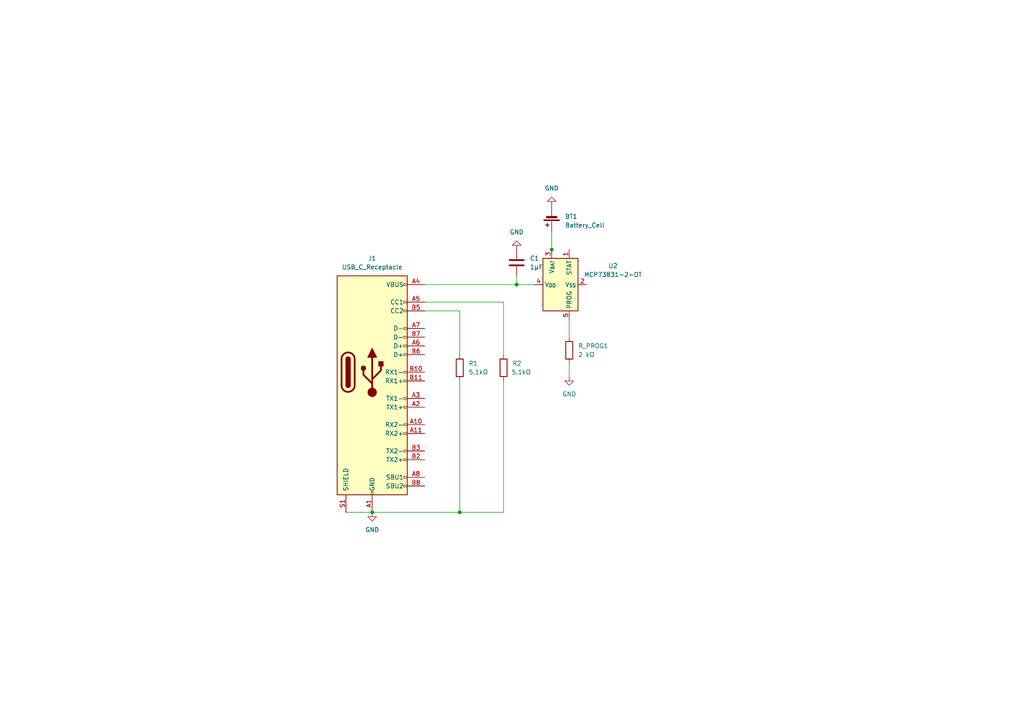
<source format=kicad_sch>
(kicad_sch
	(version 20250114)
	(generator "eeschema")
	(generator_version "9.0")
	(uuid "a1ddbc3f-86ac-40a3-958c-27566e9622ca")
	(paper "A4")
	(lib_symbols
		(symbol "Battery_Management:MCP73831-2-OT"
			(exclude_from_sim no)
			(in_bom yes)
			(on_board yes)
			(property "Reference" "U"
				(at -7.62 6.35 0)
				(effects
					(font
						(size 1.27 1.27)
					)
					(justify left)
				)
			)
			(property "Value" "MCP73831-2-OT"
				(at 1.27 6.35 0)
				(effects
					(font
						(size 1.27 1.27)
					)
					(justify left)
				)
			)
			(property "Footprint" "Package_TO_SOT_SMD:SOT-23-5"
				(at 1.27 -6.35 0)
				(effects
					(font
						(size 1.27 1.27)
						(italic yes)
					)
					(justify left)
					(hide yes)
				)
			)
			(property "Datasheet" "http://ww1.microchip.com/downloads/en/DeviceDoc/20001984g.pdf"
				(at 0 -18.288 0)
				(effects
					(font
						(size 1.27 1.27)
					)
					(hide yes)
				)
			)
			(property "Description" "Single cell, Li-Ion/Li-Po charge management controller, 4.20V, Tri-State Status Output, in SOT23-5 package"
				(at 0 0 0)
				(effects
					(font
						(size 1.27 1.27)
					)
					(hide yes)
				)
			)
			(property "ki_keywords" "battery charger lithium"
				(at 0 0 0)
				(effects
					(font
						(size 1.27 1.27)
					)
					(hide yes)
				)
			)
			(property "ki_fp_filters" "SOT?23*"
				(at 0 0 0)
				(effects
					(font
						(size 1.27 1.27)
					)
					(hide yes)
				)
			)
			(symbol "MCP73831-2-OT_0_1"
				(rectangle
					(start -7.62 5.08)
					(end 7.62 -5.08)
					(stroke
						(width 0.254)
						(type default)
					)
					(fill
						(type background)
					)
				)
			)
			(symbol "MCP73831-2-OT_1_1"
				(pin input line
					(at -10.16 -2.54 0)
					(length 2.54)
					(name "PROG"
						(effects
							(font
								(size 1.27 1.27)
							)
						)
					)
					(number "5"
						(effects
							(font
								(size 1.27 1.27)
							)
						)
					)
				)
				(pin power_in line
					(at 0 7.62 270)
					(length 2.54)
					(name "V_{DD}"
						(effects
							(font
								(size 1.27 1.27)
							)
						)
					)
					(number "4"
						(effects
							(font
								(size 1.27 1.27)
							)
						)
					)
				)
				(pin power_in line
					(at 0 -7.62 90)
					(length 2.54)
					(name "V_{SS}"
						(effects
							(font
								(size 1.27 1.27)
							)
						)
					)
					(number "2"
						(effects
							(font
								(size 1.27 1.27)
							)
						)
					)
				)
				(pin power_out line
					(at 10.16 2.54 180)
					(length 2.54)
					(name "V_{BAT}"
						(effects
							(font
								(size 1.27 1.27)
							)
						)
					)
					(number "3"
						(effects
							(font
								(size 1.27 1.27)
							)
						)
					)
				)
				(pin tri_state line
					(at 10.16 -2.54 180)
					(length 2.54)
					(name "STAT"
						(effects
							(font
								(size 1.27 1.27)
							)
						)
					)
					(number "1"
						(effects
							(font
								(size 1.27 1.27)
							)
						)
					)
				)
			)
			(embedded_fonts no)
		)
		(symbol "Connector:USB_C_Receptacle"
			(pin_names
				(offset 1.016)
			)
			(exclude_from_sim no)
			(in_bom yes)
			(on_board yes)
			(property "Reference" "J"
				(at -10.16 29.21 0)
				(effects
					(font
						(size 1.27 1.27)
					)
					(justify left)
				)
			)
			(property "Value" "USB_C_Receptacle"
				(at 10.16 29.21 0)
				(effects
					(font
						(size 1.27 1.27)
					)
					(justify right)
				)
			)
			(property "Footprint" ""
				(at 3.81 0 0)
				(effects
					(font
						(size 1.27 1.27)
					)
					(hide yes)
				)
			)
			(property "Datasheet" "https://www.usb.org/sites/default/files/documents/usb_type-c.zip"
				(at 3.81 0 0)
				(effects
					(font
						(size 1.27 1.27)
					)
					(hide yes)
				)
			)
			(property "Description" "USB Full-Featured Type-C Receptacle connector"
				(at 0 0 0)
				(effects
					(font
						(size 1.27 1.27)
					)
					(hide yes)
				)
			)
			(property "ki_keywords" "usb universal serial bus type-C full-featured"
				(at 0 0 0)
				(effects
					(font
						(size 1.27 1.27)
					)
					(hide yes)
				)
			)
			(property "ki_fp_filters" "USB*C*Receptacle*"
				(at 0 0 0)
				(effects
					(font
						(size 1.27 1.27)
					)
					(hide yes)
				)
			)
			(symbol "USB_C_Receptacle_0_0"
				(rectangle
					(start -0.254 -35.56)
					(end 0.254 -34.544)
					(stroke
						(width 0)
						(type default)
					)
					(fill
						(type none)
					)
				)
				(rectangle
					(start 10.16 25.654)
					(end 9.144 25.146)
					(stroke
						(width 0)
						(type default)
					)
					(fill
						(type none)
					)
				)
				(rectangle
					(start 10.16 20.574)
					(end 9.144 20.066)
					(stroke
						(width 0)
						(type default)
					)
					(fill
						(type none)
					)
				)
				(rectangle
					(start 10.16 18.034)
					(end 9.144 17.526)
					(stroke
						(width 0)
						(type default)
					)
					(fill
						(type none)
					)
				)
				(rectangle
					(start 10.16 12.954)
					(end 9.144 12.446)
					(stroke
						(width 0)
						(type default)
					)
					(fill
						(type none)
					)
				)
				(rectangle
					(start 10.16 10.414)
					(end 9.144 9.906)
					(stroke
						(width 0)
						(type default)
					)
					(fill
						(type none)
					)
				)
				(rectangle
					(start 10.16 7.874)
					(end 9.144 7.366)
					(stroke
						(width 0)
						(type default)
					)
					(fill
						(type none)
					)
				)
				(rectangle
					(start 10.16 5.334)
					(end 9.144 4.826)
					(stroke
						(width 0)
						(type default)
					)
					(fill
						(type none)
					)
				)
				(rectangle
					(start 10.16 0.254)
					(end 9.144 -0.254)
					(stroke
						(width 0)
						(type default)
					)
					(fill
						(type none)
					)
				)
				(rectangle
					(start 10.16 -2.286)
					(end 9.144 -2.794)
					(stroke
						(width 0)
						(type default)
					)
					(fill
						(type none)
					)
				)
				(rectangle
					(start 10.16 -7.366)
					(end 9.144 -7.874)
					(stroke
						(width 0)
						(type default)
					)
					(fill
						(type none)
					)
				)
				(rectangle
					(start 10.16 -9.906)
					(end 9.144 -10.414)
					(stroke
						(width 0)
						(type default)
					)
					(fill
						(type none)
					)
				)
				(rectangle
					(start 10.16 -14.986)
					(end 9.144 -15.494)
					(stroke
						(width 0)
						(type default)
					)
					(fill
						(type none)
					)
				)
				(rectangle
					(start 10.16 -17.526)
					(end 9.144 -18.034)
					(stroke
						(width 0)
						(type default)
					)
					(fill
						(type none)
					)
				)
				(rectangle
					(start 10.16 -22.606)
					(end 9.144 -23.114)
					(stroke
						(width 0)
						(type default)
					)
					(fill
						(type none)
					)
				)
				(rectangle
					(start 10.16 -25.146)
					(end 9.144 -25.654)
					(stroke
						(width 0)
						(type default)
					)
					(fill
						(type none)
					)
				)
				(rectangle
					(start 10.16 -30.226)
					(end 9.144 -30.734)
					(stroke
						(width 0)
						(type default)
					)
					(fill
						(type none)
					)
				)
				(rectangle
					(start 10.16 -32.766)
					(end 9.144 -33.274)
					(stroke
						(width 0)
						(type default)
					)
					(fill
						(type none)
					)
				)
			)
			(symbol "USB_C_Receptacle_0_1"
				(rectangle
					(start -10.16 27.94)
					(end 10.16 -35.56)
					(stroke
						(width 0.254)
						(type default)
					)
					(fill
						(type background)
					)
				)
				(polyline
					(pts
						(xy -8.89 -3.81) (xy -8.89 3.81)
					)
					(stroke
						(width 0.508)
						(type default)
					)
					(fill
						(type none)
					)
				)
				(rectangle
					(start -7.62 -3.81)
					(end -6.35 3.81)
					(stroke
						(width 0.254)
						(type default)
					)
					(fill
						(type outline)
					)
				)
				(arc
					(start -7.62 3.81)
					(mid -6.985 4.4423)
					(end -6.35 3.81)
					(stroke
						(width 0.254)
						(type default)
					)
					(fill
						(type none)
					)
				)
				(arc
					(start -7.62 3.81)
					(mid -6.985 4.4423)
					(end -6.35 3.81)
					(stroke
						(width 0.254)
						(type default)
					)
					(fill
						(type outline)
					)
				)
				(arc
					(start -8.89 3.81)
					(mid -6.985 5.7067)
					(end -5.08 3.81)
					(stroke
						(width 0.508)
						(type default)
					)
					(fill
						(type none)
					)
				)
				(arc
					(start -5.08 -3.81)
					(mid -6.985 -5.7067)
					(end -8.89 -3.81)
					(stroke
						(width 0.508)
						(type default)
					)
					(fill
						(type none)
					)
				)
				(arc
					(start -6.35 -3.81)
					(mid -6.985 -4.4423)
					(end -7.62 -3.81)
					(stroke
						(width 0.254)
						(type default)
					)
					(fill
						(type none)
					)
				)
				(arc
					(start -6.35 -3.81)
					(mid -6.985 -4.4423)
					(end -7.62 -3.81)
					(stroke
						(width 0.254)
						(type default)
					)
					(fill
						(type outline)
					)
				)
				(polyline
					(pts
						(xy -5.08 3.81) (xy -5.08 -3.81)
					)
					(stroke
						(width 0.508)
						(type default)
					)
					(fill
						(type none)
					)
				)
			)
			(symbol "USB_C_Receptacle_1_1"
				(circle
					(center -2.54 1.143)
					(radius 0.635)
					(stroke
						(width 0.254)
						(type default)
					)
					(fill
						(type outline)
					)
				)
				(polyline
					(pts
						(xy -1.27 4.318) (xy 0 6.858) (xy 1.27 4.318) (xy -1.27 4.318)
					)
					(stroke
						(width 0.254)
						(type default)
					)
					(fill
						(type outline)
					)
				)
				(polyline
					(pts
						(xy 0 -2.032) (xy 2.54 0.508) (xy 2.54 1.778)
					)
					(stroke
						(width 0.508)
						(type default)
					)
					(fill
						(type none)
					)
				)
				(polyline
					(pts
						(xy 0 -3.302) (xy -2.54 -0.762) (xy -2.54 0.508)
					)
					(stroke
						(width 0.508)
						(type default)
					)
					(fill
						(type none)
					)
				)
				(polyline
					(pts
						(xy 0 -5.842) (xy 0 4.318)
					)
					(stroke
						(width 0.508)
						(type default)
					)
					(fill
						(type none)
					)
				)
				(circle
					(center 0 -5.842)
					(radius 1.27)
					(stroke
						(width 0)
						(type default)
					)
					(fill
						(type outline)
					)
				)
				(rectangle
					(start 1.905 1.778)
					(end 3.175 3.048)
					(stroke
						(width 0.254)
						(type default)
					)
					(fill
						(type outline)
					)
				)
				(pin passive line
					(at -7.62 -40.64 90)
					(length 5.08)
					(name "SHIELD"
						(effects
							(font
								(size 1.27 1.27)
							)
						)
					)
					(number "S1"
						(effects
							(font
								(size 1.27 1.27)
							)
						)
					)
				)
				(pin passive line
					(at 0 -40.64 90)
					(length 5.08)
					(name "GND"
						(effects
							(font
								(size 1.27 1.27)
							)
						)
					)
					(number "A1"
						(effects
							(font
								(size 1.27 1.27)
							)
						)
					)
				)
				(pin passive line
					(at 0 -40.64 90)
					(length 5.08)
					(hide yes)
					(name "GND"
						(effects
							(font
								(size 1.27 1.27)
							)
						)
					)
					(number "A12"
						(effects
							(font
								(size 1.27 1.27)
							)
						)
					)
				)
				(pin passive line
					(at 0 -40.64 90)
					(length 5.08)
					(hide yes)
					(name "GND"
						(effects
							(font
								(size 1.27 1.27)
							)
						)
					)
					(number "B1"
						(effects
							(font
								(size 1.27 1.27)
							)
						)
					)
				)
				(pin passive line
					(at 0 -40.64 90)
					(length 5.08)
					(hide yes)
					(name "GND"
						(effects
							(font
								(size 1.27 1.27)
							)
						)
					)
					(number "B12"
						(effects
							(font
								(size 1.27 1.27)
							)
						)
					)
				)
				(pin passive line
					(at 15.24 25.4 180)
					(length 5.08)
					(name "VBUS"
						(effects
							(font
								(size 1.27 1.27)
							)
						)
					)
					(number "A4"
						(effects
							(font
								(size 1.27 1.27)
							)
						)
					)
				)
				(pin passive line
					(at 15.24 25.4 180)
					(length 5.08)
					(hide yes)
					(name "VBUS"
						(effects
							(font
								(size 1.27 1.27)
							)
						)
					)
					(number "A9"
						(effects
							(font
								(size 1.27 1.27)
							)
						)
					)
				)
				(pin passive line
					(at 15.24 25.4 180)
					(length 5.08)
					(hide yes)
					(name "VBUS"
						(effects
							(font
								(size 1.27 1.27)
							)
						)
					)
					(number "B4"
						(effects
							(font
								(size 1.27 1.27)
							)
						)
					)
				)
				(pin passive line
					(at 15.24 25.4 180)
					(length 5.08)
					(hide yes)
					(name "VBUS"
						(effects
							(font
								(size 1.27 1.27)
							)
						)
					)
					(number "B9"
						(effects
							(font
								(size 1.27 1.27)
							)
						)
					)
				)
				(pin bidirectional line
					(at 15.24 20.32 180)
					(length 5.08)
					(name "CC1"
						(effects
							(font
								(size 1.27 1.27)
							)
						)
					)
					(number "A5"
						(effects
							(font
								(size 1.27 1.27)
							)
						)
					)
				)
				(pin bidirectional line
					(at 15.24 17.78 180)
					(length 5.08)
					(name "CC2"
						(effects
							(font
								(size 1.27 1.27)
							)
						)
					)
					(number "B5"
						(effects
							(font
								(size 1.27 1.27)
							)
						)
					)
				)
				(pin bidirectional line
					(at 15.24 12.7 180)
					(length 5.08)
					(name "D-"
						(effects
							(font
								(size 1.27 1.27)
							)
						)
					)
					(number "A7"
						(effects
							(font
								(size 1.27 1.27)
							)
						)
					)
				)
				(pin bidirectional line
					(at 15.24 10.16 180)
					(length 5.08)
					(name "D-"
						(effects
							(font
								(size 1.27 1.27)
							)
						)
					)
					(number "B7"
						(effects
							(font
								(size 1.27 1.27)
							)
						)
					)
				)
				(pin bidirectional line
					(at 15.24 7.62 180)
					(length 5.08)
					(name "D+"
						(effects
							(font
								(size 1.27 1.27)
							)
						)
					)
					(number "A6"
						(effects
							(font
								(size 1.27 1.27)
							)
						)
					)
				)
				(pin bidirectional line
					(at 15.24 5.08 180)
					(length 5.08)
					(name "D+"
						(effects
							(font
								(size 1.27 1.27)
							)
						)
					)
					(number "B6"
						(effects
							(font
								(size 1.27 1.27)
							)
						)
					)
				)
				(pin bidirectional line
					(at 15.24 0 180)
					(length 5.08)
					(name "RX1-"
						(effects
							(font
								(size 1.27 1.27)
							)
						)
					)
					(number "B10"
						(effects
							(font
								(size 1.27 1.27)
							)
						)
					)
				)
				(pin bidirectional line
					(at 15.24 -2.54 180)
					(length 5.08)
					(name "RX1+"
						(effects
							(font
								(size 1.27 1.27)
							)
						)
					)
					(number "B11"
						(effects
							(font
								(size 1.27 1.27)
							)
						)
					)
				)
				(pin bidirectional line
					(at 15.24 -7.62 180)
					(length 5.08)
					(name "TX1-"
						(effects
							(font
								(size 1.27 1.27)
							)
						)
					)
					(number "A3"
						(effects
							(font
								(size 1.27 1.27)
							)
						)
					)
				)
				(pin bidirectional line
					(at 15.24 -10.16 180)
					(length 5.08)
					(name "TX1+"
						(effects
							(font
								(size 1.27 1.27)
							)
						)
					)
					(number "A2"
						(effects
							(font
								(size 1.27 1.27)
							)
						)
					)
				)
				(pin bidirectional line
					(at 15.24 -15.24 180)
					(length 5.08)
					(name "RX2-"
						(effects
							(font
								(size 1.27 1.27)
							)
						)
					)
					(number "A10"
						(effects
							(font
								(size 1.27 1.27)
							)
						)
					)
				)
				(pin bidirectional line
					(at 15.24 -17.78 180)
					(length 5.08)
					(name "RX2+"
						(effects
							(font
								(size 1.27 1.27)
							)
						)
					)
					(number "A11"
						(effects
							(font
								(size 1.27 1.27)
							)
						)
					)
				)
				(pin bidirectional line
					(at 15.24 -22.86 180)
					(length 5.08)
					(name "TX2-"
						(effects
							(font
								(size 1.27 1.27)
							)
						)
					)
					(number "B3"
						(effects
							(font
								(size 1.27 1.27)
							)
						)
					)
				)
				(pin bidirectional line
					(at 15.24 -25.4 180)
					(length 5.08)
					(name "TX2+"
						(effects
							(font
								(size 1.27 1.27)
							)
						)
					)
					(number "B2"
						(effects
							(font
								(size 1.27 1.27)
							)
						)
					)
				)
				(pin bidirectional line
					(at 15.24 -30.48 180)
					(length 5.08)
					(name "SBU1"
						(effects
							(font
								(size 1.27 1.27)
							)
						)
					)
					(number "A8"
						(effects
							(font
								(size 1.27 1.27)
							)
						)
					)
				)
				(pin bidirectional line
					(at 15.24 -33.02 180)
					(length 5.08)
					(name "SBU2"
						(effects
							(font
								(size 1.27 1.27)
							)
						)
					)
					(number "B8"
						(effects
							(font
								(size 1.27 1.27)
							)
						)
					)
				)
			)
			(embedded_fonts no)
		)
		(symbol "Device:Battery_Cell"
			(pin_numbers
				(hide yes)
			)
			(pin_names
				(offset 0)
				(hide yes)
			)
			(exclude_from_sim no)
			(in_bom yes)
			(on_board yes)
			(property "Reference" "BT"
				(at 2.54 2.54 0)
				(effects
					(font
						(size 1.27 1.27)
					)
					(justify left)
				)
			)
			(property "Value" "Battery_Cell"
				(at 2.54 0 0)
				(effects
					(font
						(size 1.27 1.27)
					)
					(justify left)
				)
			)
			(property "Footprint" ""
				(at 0 1.524 90)
				(effects
					(font
						(size 1.27 1.27)
					)
					(hide yes)
				)
			)
			(property "Datasheet" "~"
				(at 0 1.524 90)
				(effects
					(font
						(size 1.27 1.27)
					)
					(hide yes)
				)
			)
			(property "Description" "Single-cell battery"
				(at 0 0 0)
				(effects
					(font
						(size 1.27 1.27)
					)
					(hide yes)
				)
			)
			(property "ki_keywords" "battery cell"
				(at 0 0 0)
				(effects
					(font
						(size 1.27 1.27)
					)
					(hide yes)
				)
			)
			(symbol "Battery_Cell_0_1"
				(rectangle
					(start -2.286 1.778)
					(end 2.286 1.524)
					(stroke
						(width 0)
						(type default)
					)
					(fill
						(type outline)
					)
				)
				(rectangle
					(start -1.524 1.016)
					(end 1.524 0.508)
					(stroke
						(width 0)
						(type default)
					)
					(fill
						(type outline)
					)
				)
				(polyline
					(pts
						(xy 0 1.778) (xy 0 2.54)
					)
					(stroke
						(width 0)
						(type default)
					)
					(fill
						(type none)
					)
				)
				(polyline
					(pts
						(xy 0 0.762) (xy 0 0)
					)
					(stroke
						(width 0)
						(type default)
					)
					(fill
						(type none)
					)
				)
				(polyline
					(pts
						(xy 0.762 3.048) (xy 1.778 3.048)
					)
					(stroke
						(width 0.254)
						(type default)
					)
					(fill
						(type none)
					)
				)
				(polyline
					(pts
						(xy 1.27 3.556) (xy 1.27 2.54)
					)
					(stroke
						(width 0.254)
						(type default)
					)
					(fill
						(type none)
					)
				)
			)
			(symbol "Battery_Cell_1_1"
				(pin passive line
					(at 0 5.08 270)
					(length 2.54)
					(name "+"
						(effects
							(font
								(size 1.27 1.27)
							)
						)
					)
					(number "1"
						(effects
							(font
								(size 1.27 1.27)
							)
						)
					)
				)
				(pin passive line
					(at 0 -2.54 90)
					(length 2.54)
					(name "-"
						(effects
							(font
								(size 1.27 1.27)
							)
						)
					)
					(number "2"
						(effects
							(font
								(size 1.27 1.27)
							)
						)
					)
				)
			)
			(embedded_fonts no)
		)
		(symbol "Device:C"
			(pin_numbers
				(hide yes)
			)
			(pin_names
				(offset 0.254)
			)
			(exclude_from_sim no)
			(in_bom yes)
			(on_board yes)
			(property "Reference" "C"
				(at 0.635 2.54 0)
				(effects
					(font
						(size 1.27 1.27)
					)
					(justify left)
				)
			)
			(property "Value" "C"
				(at 0.635 -2.54 0)
				(effects
					(font
						(size 1.27 1.27)
					)
					(justify left)
				)
			)
			(property "Footprint" ""
				(at 0.9652 -3.81 0)
				(effects
					(font
						(size 1.27 1.27)
					)
					(hide yes)
				)
			)
			(property "Datasheet" "~"
				(at 0 0 0)
				(effects
					(font
						(size 1.27 1.27)
					)
					(hide yes)
				)
			)
			(property "Description" "Unpolarized capacitor"
				(at 0 0 0)
				(effects
					(font
						(size 1.27 1.27)
					)
					(hide yes)
				)
			)
			(property "ki_keywords" "cap capacitor"
				(at 0 0 0)
				(effects
					(font
						(size 1.27 1.27)
					)
					(hide yes)
				)
			)
			(property "ki_fp_filters" "C_*"
				(at 0 0 0)
				(effects
					(font
						(size 1.27 1.27)
					)
					(hide yes)
				)
			)
			(symbol "C_0_1"
				(polyline
					(pts
						(xy -2.032 0.762) (xy 2.032 0.762)
					)
					(stroke
						(width 0.508)
						(type default)
					)
					(fill
						(type none)
					)
				)
				(polyline
					(pts
						(xy -2.032 -0.762) (xy 2.032 -0.762)
					)
					(stroke
						(width 0.508)
						(type default)
					)
					(fill
						(type none)
					)
				)
			)
			(symbol "C_1_1"
				(pin passive line
					(at 0 3.81 270)
					(length 2.794)
					(name "~"
						(effects
							(font
								(size 1.27 1.27)
							)
						)
					)
					(number "1"
						(effects
							(font
								(size 1.27 1.27)
							)
						)
					)
				)
				(pin passive line
					(at 0 -3.81 90)
					(length 2.794)
					(name "~"
						(effects
							(font
								(size 1.27 1.27)
							)
						)
					)
					(number "2"
						(effects
							(font
								(size 1.27 1.27)
							)
						)
					)
				)
			)
			(embedded_fonts no)
		)
		(symbol "Device:R"
			(pin_numbers
				(hide yes)
			)
			(pin_names
				(offset 0)
			)
			(exclude_from_sim no)
			(in_bom yes)
			(on_board yes)
			(property "Reference" "R"
				(at 2.032 0 90)
				(effects
					(font
						(size 1.27 1.27)
					)
				)
			)
			(property "Value" "R"
				(at 0 0 90)
				(effects
					(font
						(size 1.27 1.27)
					)
				)
			)
			(property "Footprint" ""
				(at -1.778 0 90)
				(effects
					(font
						(size 1.27 1.27)
					)
					(hide yes)
				)
			)
			(property "Datasheet" "~"
				(at 0 0 0)
				(effects
					(font
						(size 1.27 1.27)
					)
					(hide yes)
				)
			)
			(property "Description" "Resistor"
				(at 0 0 0)
				(effects
					(font
						(size 1.27 1.27)
					)
					(hide yes)
				)
			)
			(property "ki_keywords" "R res resistor"
				(at 0 0 0)
				(effects
					(font
						(size 1.27 1.27)
					)
					(hide yes)
				)
			)
			(property "ki_fp_filters" "R_*"
				(at 0 0 0)
				(effects
					(font
						(size 1.27 1.27)
					)
					(hide yes)
				)
			)
			(symbol "R_0_1"
				(rectangle
					(start -1.016 -2.54)
					(end 1.016 2.54)
					(stroke
						(width 0.254)
						(type default)
					)
					(fill
						(type none)
					)
				)
			)
			(symbol "R_1_1"
				(pin passive line
					(at 0 3.81 270)
					(length 1.27)
					(name "~"
						(effects
							(font
								(size 1.27 1.27)
							)
						)
					)
					(number "1"
						(effects
							(font
								(size 1.27 1.27)
							)
						)
					)
				)
				(pin passive line
					(at 0 -3.81 90)
					(length 1.27)
					(name "~"
						(effects
							(font
								(size 1.27 1.27)
							)
						)
					)
					(number "2"
						(effects
							(font
								(size 1.27 1.27)
							)
						)
					)
				)
			)
			(embedded_fonts no)
		)
		(symbol "power:GND"
			(power)
			(pin_numbers
				(hide yes)
			)
			(pin_names
				(offset 0)
				(hide yes)
			)
			(exclude_from_sim no)
			(in_bom yes)
			(on_board yes)
			(property "Reference" "#PWR"
				(at 0 -6.35 0)
				(effects
					(font
						(size 1.27 1.27)
					)
					(hide yes)
				)
			)
			(property "Value" "GND"
				(at 0 -3.81 0)
				(effects
					(font
						(size 1.27 1.27)
					)
				)
			)
			(property "Footprint" ""
				(at 0 0 0)
				(effects
					(font
						(size 1.27 1.27)
					)
					(hide yes)
				)
			)
			(property "Datasheet" ""
				(at 0 0 0)
				(effects
					(font
						(size 1.27 1.27)
					)
					(hide yes)
				)
			)
			(property "Description" "Power symbol creates a global label with name \"GND\" , ground"
				(at 0 0 0)
				(effects
					(font
						(size 1.27 1.27)
					)
					(hide yes)
				)
			)
			(property "ki_keywords" "global power"
				(at 0 0 0)
				(effects
					(font
						(size 1.27 1.27)
					)
					(hide yes)
				)
			)
			(symbol "GND_0_1"
				(polyline
					(pts
						(xy 0 0) (xy 0 -1.27) (xy 1.27 -1.27) (xy 0 -2.54) (xy -1.27 -1.27) (xy 0 -1.27)
					)
					(stroke
						(width 0)
						(type default)
					)
					(fill
						(type none)
					)
				)
			)
			(symbol "GND_1_1"
				(pin power_in line
					(at 0 0 270)
					(length 0)
					(name "~"
						(effects
							(font
								(size 1.27 1.27)
							)
						)
					)
					(number "1"
						(effects
							(font
								(size 1.27 1.27)
							)
						)
					)
				)
			)
			(embedded_fonts no)
		)
	)
	(junction
		(at 160.02 72.39)
		(diameter 0)
		(color 0 0 0 0)
		(uuid "10cb31e9-2cde-4e38-aa21-223384b2a2c5")
	)
	(junction
		(at 149.86 82.55)
		(diameter 0)
		(color 0 0 0 0)
		(uuid "68ed1500-513e-4e1b-8393-f208f52c3e58")
	)
	(junction
		(at 133.35 148.59)
		(diameter 0)
		(color 0 0 0 0)
		(uuid "79708947-a63f-4cbc-9c4e-115800a44eaf")
	)
	(junction
		(at 107.95 148.59)
		(diameter 0)
		(color 0 0 0 0)
		(uuid "d45db19a-61a6-4ac4-9862-0aff79b14297")
	)
	(wire
		(pts
			(xy 133.35 90.17) (xy 133.35 102.87)
		)
		(stroke
			(width 0)
			(type default)
		)
		(uuid "00fb88dc-3028-4203-a67e-7179747aa31f")
	)
	(wire
		(pts
			(xy 149.86 82.55) (xy 154.94 82.55)
		)
		(stroke
			(width 0)
			(type default)
		)
		(uuid "0b6f422f-c7af-4410-9276-1da4aad749b6")
	)
	(wire
		(pts
			(xy 123.19 82.55) (xy 149.86 82.55)
		)
		(stroke
			(width 0)
			(type default)
		)
		(uuid "49e695b0-a31b-47cc-ae4c-8e7bf2c07167")
	)
	(wire
		(pts
			(xy 133.35 148.59) (xy 107.95 148.59)
		)
		(stroke
			(width 0)
			(type default)
		)
		(uuid "54c81023-09e0-419b-8786-337fbc8be91b")
	)
	(wire
		(pts
			(xy 146.05 110.49) (xy 146.05 148.59)
		)
		(stroke
			(width 0)
			(type default)
		)
		(uuid "65e135f5-66ef-4e20-80c3-6ccdd19902d0")
	)
	(wire
		(pts
			(xy 149.86 80.01) (xy 149.86 82.55)
		)
		(stroke
			(width 0)
			(type default)
		)
		(uuid "89997559-9275-418f-ac35-100fa5d3674a")
	)
	(wire
		(pts
			(xy 133.35 110.49) (xy 133.35 148.59)
		)
		(stroke
			(width 0)
			(type default)
		)
		(uuid "8a83e3d9-54dd-4601-9d06-fd725aabab4a")
	)
	(wire
		(pts
			(xy 165.1 92.71) (xy 165.1 97.79)
		)
		(stroke
			(width 0)
			(type default)
		)
		(uuid "9120dbf2-c9dd-4f2b-afc0-d4e11fed61ac")
	)
	(wire
		(pts
			(xy 146.05 148.59) (xy 133.35 148.59)
		)
		(stroke
			(width 0)
			(type default)
		)
		(uuid "c32a1894-3778-468c-94da-f412d74a2610")
	)
	(wire
		(pts
			(xy 123.19 90.17) (xy 133.35 90.17)
		)
		(stroke
			(width 0)
			(type default)
		)
		(uuid "ceb34e1b-8a7b-4635-a359-0b53e7a6c6f5")
	)
	(wire
		(pts
			(xy 160.02 67.31) (xy 160.02 72.39)
		)
		(stroke
			(width 0)
			(type default)
		)
		(uuid "dc58865c-d7fc-4050-9fc1-53ebafbb4941")
	)
	(wire
		(pts
			(xy 100.33 148.59) (xy 107.95 148.59)
		)
		(stroke
			(width 0)
			(type default)
		)
		(uuid "e2b74fbe-d208-45cc-a16d-170e2b59fc4c")
	)
	(wire
		(pts
			(xy 165.1 105.41) (xy 165.1 109.22)
		)
		(stroke
			(width 0)
			(type default)
		)
		(uuid "eef33701-2941-49ac-b7e6-038aada9da11")
	)
	(wire
		(pts
			(xy 123.19 87.63) (xy 146.05 87.63)
		)
		(stroke
			(width 0)
			(type default)
		)
		(uuid "f1448a4d-4e46-4d5f-973a-206121aaf535")
	)
	(wire
		(pts
			(xy 146.05 87.63) (xy 146.05 102.87)
		)
		(stroke
			(width 0)
			(type default)
		)
		(uuid "fc0ed393-184e-4605-b591-4f4f2366f26e")
	)
	(wire
		(pts
			(xy 160.02 72.39) (xy 160.02 73.66)
		)
		(stroke
			(width 0)
			(type default)
		)
		(uuid "feedd9e8-02f4-41c9-8ee4-a233f2f61c22")
	)
	(symbol
		(lib_id "power:GND")
		(at 160.02 59.69 180)
		(unit 1)
		(exclude_from_sim no)
		(in_bom yes)
		(on_board yes)
		(dnp no)
		(fields_autoplaced yes)
		(uuid "1760218d-31c4-4162-87cf-83623ce02c5c")
		(property "Reference" "#PWR04"
			(at 160.02 53.34 0)
			(effects
				(font
					(size 1.27 1.27)
				)
				(hide yes)
			)
		)
		(property "Value" "GND"
			(at 160.02 54.61 0)
			(effects
				(font
					(size 1.27 1.27)
				)
			)
		)
		(property "Footprint" ""
			(at 160.02 59.69 0)
			(effects
				(font
					(size 1.27 1.27)
				)
				(hide yes)
			)
		)
		(property "Datasheet" ""
			(at 160.02 59.69 0)
			(effects
				(font
					(size 1.27 1.27)
				)
				(hide yes)
			)
		)
		(property "Description" "Power symbol creates a global label with name \"GND\" , ground"
			(at 160.02 59.69 0)
			(effects
				(font
					(size 1.27 1.27)
				)
				(hide yes)
			)
		)
		(pin "1"
			(uuid "a7b1a094-660c-41ed-b10b-98794deecbc7")
		)
		(instances
			(project ""
				(path "/a1ddbc3f-86ac-40a3-958c-27566e9622ca"
					(reference "#PWR04")
					(unit 1)
				)
			)
		)
	)
	(symbol
		(lib_id "power:GND")
		(at 165.1 109.22 0)
		(unit 1)
		(exclude_from_sim no)
		(in_bom yes)
		(on_board yes)
		(dnp no)
		(fields_autoplaced yes)
		(uuid "4917c554-dc4a-4e3c-a335-066c20c80acf")
		(property "Reference" "#PWR05"
			(at 165.1 115.57 0)
			(effects
				(font
					(size 1.27 1.27)
				)
				(hide yes)
			)
		)
		(property "Value" "GND"
			(at 165.1 114.3 0)
			(effects
				(font
					(size 1.27 1.27)
				)
			)
		)
		(property "Footprint" ""
			(at 165.1 109.22 0)
			(effects
				(font
					(size 1.27 1.27)
				)
				(hide yes)
			)
		)
		(property "Datasheet" ""
			(at 165.1 109.22 0)
			(effects
				(font
					(size 1.27 1.27)
				)
				(hide yes)
			)
		)
		(property "Description" "Power symbol creates a global label with name \"GND\" , ground"
			(at 165.1 109.22 0)
			(effects
				(font
					(size 1.27 1.27)
				)
				(hide yes)
			)
		)
		(pin "1"
			(uuid "93711c8d-2481-453f-927b-36c7801c3096")
		)
		(instances
			(project ""
				(path "/a1ddbc3f-86ac-40a3-958c-27566e9622ca"
					(reference "#PWR05")
					(unit 1)
				)
			)
		)
	)
	(symbol
		(lib_id "Device:R")
		(at 165.1 101.6 0)
		(unit 1)
		(exclude_from_sim no)
		(in_bom yes)
		(on_board yes)
		(dnp no)
		(fields_autoplaced yes)
		(uuid "4a2b2379-78ac-4a1a-971f-9cb74f61a14c")
		(property "Reference" "R_PROG1"
			(at 167.64 100.3299 0)
			(effects
				(font
					(size 1.27 1.27)
				)
				(justify left)
			)
		)
		(property "Value" "2 kΩ"
			(at 167.64 102.8699 0)
			(effects
				(font
					(size 1.27 1.27)
				)
				(justify left)
			)
		)
		(property "Footprint" "Resistor_SMD:R_0805_2012Metric"
			(at 163.322 101.6 90)
			(effects
				(font
					(size 1.27 1.27)
				)
				(hide yes)
			)
		)
		(property "Datasheet" "~"
			(at 165.1 101.6 0)
			(effects
				(font
					(size 1.27 1.27)
				)
				(hide yes)
			)
		)
		(property "Description" "Resistor"
			(at 165.1 101.6 0)
			(effects
				(font
					(size 1.27 1.27)
				)
				(hide yes)
			)
		)
		(pin "1"
			(uuid "61fe36a3-97f3-48be-93d5-aaddfb83b6d2")
		)
		(pin "2"
			(uuid "a7867d7e-a35e-4828-95fb-9003e62ca836")
		)
		(instances
			(project ""
				(path "/a1ddbc3f-86ac-40a3-958c-27566e9622ca"
					(reference "R_PROG1")
					(unit 1)
				)
			)
		)
	)
	(symbol
		(lib_id "Device:Battery_Cell")
		(at 160.02 62.23 180)
		(unit 1)
		(exclude_from_sim no)
		(in_bom yes)
		(on_board yes)
		(dnp no)
		(fields_autoplaced yes)
		(uuid "540e9b30-1559-4350-9075-42b55ca3a59b")
		(property "Reference" "BT1"
			(at 163.83 62.8014 0)
			(effects
				(font
					(size 1.27 1.27)
				)
				(justify right)
			)
		)
		(property "Value" "Battery_Cell"
			(at 163.83 65.3414 0)
			(effects
				(font
					(size 1.27 1.27)
				)
				(justify right)
			)
		)
		(property "Footprint" ""
			(at 160.02 63.754 90)
			(effects
				(font
					(size 1.27 1.27)
				)
				(hide yes)
			)
		)
		(property "Datasheet" "~"
			(at 160.02 63.754 90)
			(effects
				(font
					(size 1.27 1.27)
				)
				(hide yes)
			)
		)
		(property "Description" "Single-cell battery"
			(at 160.02 62.23 0)
			(effects
				(font
					(size 1.27 1.27)
				)
				(hide yes)
			)
		)
		(pin "1"
			(uuid "4c896abe-7f22-4e7e-9639-6f51ba019b4e")
		)
		(pin "2"
			(uuid "7810e427-d2f4-417c-bd80-a4f152ea6552")
		)
		(instances
			(project ""
				(path "/a1ddbc3f-86ac-40a3-958c-27566e9622ca"
					(reference "BT1")
					(unit 1)
				)
			)
		)
	)
	(symbol
		(lib_id "power:GND")
		(at 107.95 148.59 0)
		(unit 1)
		(exclude_from_sim no)
		(in_bom yes)
		(on_board yes)
		(dnp no)
		(fields_autoplaced yes)
		(uuid "6068de17-a0ff-4925-9e65-4904082d8c33")
		(property "Reference" "#PWR01"
			(at 107.95 154.94 0)
			(effects
				(font
					(size 1.27 1.27)
				)
				(hide yes)
			)
		)
		(property "Value" "GND"
			(at 107.95 153.67 0)
			(effects
				(font
					(size 1.27 1.27)
				)
			)
		)
		(property "Footprint" ""
			(at 107.95 148.59 0)
			(effects
				(font
					(size 1.27 1.27)
				)
				(hide yes)
			)
		)
		(property "Datasheet" ""
			(at 107.95 148.59 0)
			(effects
				(font
					(size 1.27 1.27)
				)
				(hide yes)
			)
		)
		(property "Description" "Power symbol creates a global label with name \"GND\" , ground"
			(at 107.95 148.59 0)
			(effects
				(font
					(size 1.27 1.27)
				)
				(hide yes)
			)
		)
		(pin "1"
			(uuid "57f688f0-29b7-4f3a-bb12-78e85ed9188d")
		)
		(instances
			(project ""
				(path "/a1ddbc3f-86ac-40a3-958c-27566e9622ca"
					(reference "#PWR01")
					(unit 1)
				)
			)
		)
	)
	(symbol
		(lib_id "Battery_Management:MCP73831-2-OT")
		(at 162.56 82.55 90)
		(unit 1)
		(exclude_from_sim no)
		(in_bom yes)
		(on_board yes)
		(dnp no)
		(fields_autoplaced yes)
		(uuid "65afd211-5db1-492d-8ac6-571c708f8e62")
		(property "Reference" "U2"
			(at 177.8 77.1046 90)
			(effects
				(font
					(size 1.27 1.27)
				)
			)
		)
		(property "Value" "MCP73831-2-OT"
			(at 177.8 79.6446 90)
			(effects
				(font
					(size 1.27 1.27)
				)
			)
		)
		(property "Footprint" "Package_TO_SOT_SMD:SOT-23-5"
			(at 168.91 81.28 0)
			(effects
				(font
					(size 1.27 1.27)
					(italic yes)
				)
				(justify left)
				(hide yes)
			)
		)
		(property "Datasheet" "http://ww1.microchip.com/downloads/en/DeviceDoc/20001984g.pdf"
			(at 180.848 82.55 0)
			(effects
				(font
					(size 1.27 1.27)
				)
				(hide yes)
			)
		)
		(property "Description" "Single cell, Li-Ion/Li-Po charge management controller, 4.20V, Tri-State Status Output, in SOT23-5 package"
			(at 162.56 82.55 0)
			(effects
				(font
					(size 1.27 1.27)
				)
				(hide yes)
			)
		)
		(pin "3"
			(uuid "dad721c1-d886-4c00-bd8f-3f8ad6a59ddc")
		)
		(pin "1"
			(uuid "c665d2d0-4b7c-4527-a349-d452fea39502")
		)
		(pin "2"
			(uuid "0f9be038-d8a0-46b4-bf74-890d1c59b649")
		)
		(pin "5"
			(uuid "3df70273-2517-477d-b213-d7ec8dc42819")
		)
		(pin "4"
			(uuid "e7d8cb44-013b-43db-9866-e707a91d77ad")
		)
		(instances
			(project ""
				(path "/a1ddbc3f-86ac-40a3-958c-27566e9622ca"
					(reference "U2")
					(unit 1)
				)
			)
		)
	)
	(symbol
		(lib_id "Device:R")
		(at 146.05 106.68 0)
		(unit 1)
		(exclude_from_sim no)
		(in_bom yes)
		(on_board yes)
		(dnp no)
		(uuid "7ba02dc4-4ef9-49ab-8814-e7adfcdaade9")
		(property "Reference" "R2"
			(at 148.59 105.4099 0)
			(effects
				(font
					(size 1.27 1.27)
				)
				(justify left)
			)
		)
		(property "Value" "5.1kΩ"
			(at 148.336 107.95 0)
			(effects
				(font
					(size 1.27 1.27)
				)
				(justify left)
			)
		)
		(property "Footprint" "Resistor_SMD:R_0805_2012Metric"
			(at 144.272 106.68 90)
			(effects
				(font
					(size 1.27 1.27)
				)
				(hide yes)
			)
		)
		(property "Datasheet" "~"
			(at 146.05 106.68 0)
			(effects
				(font
					(size 1.27 1.27)
				)
				(hide yes)
			)
		)
		(property "Description" "Resistor"
			(at 146.05 106.68 0)
			(effects
				(font
					(size 1.27 1.27)
				)
				(hide yes)
			)
		)
		(pin "2"
			(uuid "4fe38461-501f-49c6-a6e5-4ed0a169e8dd")
		)
		(pin "1"
			(uuid "b554699f-601c-4389-980b-d20634b6b528")
		)
		(instances
			(project ""
				(path "/a1ddbc3f-86ac-40a3-958c-27566e9622ca"
					(reference "R2")
					(unit 1)
				)
			)
		)
	)
	(symbol
		(lib_id "power:GND")
		(at 149.86 72.39 180)
		(unit 1)
		(exclude_from_sim no)
		(in_bom yes)
		(on_board yes)
		(dnp no)
		(fields_autoplaced yes)
		(uuid "d6bcc190-37ae-4a28-bc37-72262b0ddb30")
		(property "Reference" "#PWR03"
			(at 149.86 66.04 0)
			(effects
				(font
					(size 1.27 1.27)
				)
				(hide yes)
			)
		)
		(property "Value" "GND"
			(at 149.86 67.31 0)
			(effects
				(font
					(size 1.27 1.27)
				)
			)
		)
		(property "Footprint" ""
			(at 149.86 72.39 0)
			(effects
				(font
					(size 1.27 1.27)
				)
				(hide yes)
			)
		)
		(property "Datasheet" ""
			(at 149.86 72.39 0)
			(effects
				(font
					(size 1.27 1.27)
				)
				(hide yes)
			)
		)
		(property "Description" "Power symbol creates a global label with name \"GND\" , ground"
			(at 149.86 72.39 0)
			(effects
				(font
					(size 1.27 1.27)
				)
				(hide yes)
			)
		)
		(pin "1"
			(uuid "0dab3469-7b69-4e80-8d07-983a11954020")
		)
		(instances
			(project ""
				(path "/a1ddbc3f-86ac-40a3-958c-27566e9622ca"
					(reference "#PWR03")
					(unit 1)
				)
			)
		)
	)
	(symbol
		(lib_id "Device:C")
		(at 149.86 76.2 0)
		(unit 1)
		(exclude_from_sim no)
		(in_bom yes)
		(on_board yes)
		(dnp no)
		(fields_autoplaced yes)
		(uuid "d7c8e743-e621-4d39-866a-74a4573bbbbb")
		(property "Reference" "C1"
			(at 153.67 74.9299 0)
			(effects
				(font
					(size 1.27 1.27)
				)
				(justify left)
			)
		)
		(property "Value" "1µF"
			(at 153.67 77.4699 0)
			(effects
				(font
					(size 1.27 1.27)
				)
				(justify left)
			)
		)
		(property "Footprint" "Capacitor_SMD:C_0805_2012Metric"
			(at 150.8252 80.01 0)
			(effects
				(font
					(size 1.27 1.27)
				)
				(hide yes)
			)
		)
		(property "Datasheet" "~"
			(at 149.86 76.2 0)
			(effects
				(font
					(size 1.27 1.27)
				)
				(hide yes)
			)
		)
		(property "Description" "Unpolarized capacitor"
			(at 149.86 76.2 0)
			(effects
				(font
					(size 1.27 1.27)
				)
				(hide yes)
			)
		)
		(pin "1"
			(uuid "4339698a-4a7b-4dda-aeaa-c9d76b90b7f2")
		)
		(pin "2"
			(uuid "12facf6d-2bb5-48af-a30a-ab3c5ff8231e")
		)
		(instances
			(project ""
				(path "/a1ddbc3f-86ac-40a3-958c-27566e9622ca"
					(reference "C1")
					(unit 1)
				)
			)
		)
	)
	(symbol
		(lib_id "Connector:USB_C_Receptacle")
		(at 107.95 107.95 0)
		(unit 1)
		(exclude_from_sim no)
		(in_bom yes)
		(on_board yes)
		(dnp no)
		(fields_autoplaced yes)
		(uuid "eb83c62c-8e66-4f89-ad48-95c27f185095")
		(property "Reference" "J1"
			(at 107.95 74.93 0)
			(effects
				(font
					(size 1.27 1.27)
				)
			)
		)
		(property "Value" "USB_C_Receptacle"
			(at 107.95 77.47 0)
			(effects
				(font
					(size 1.27 1.27)
				)
			)
		)
		(property "Footprint" "Connector_USB:USB_C_Receptacle_HRO_TYPE-C-31-M-12"
			(at 111.76 107.95 0)
			(effects
				(font
					(size 1.27 1.27)
				)
				(hide yes)
			)
		)
		(property "Datasheet" "https://www.usb.org/sites/default/files/documents/usb_type-c.zip"
			(at 111.76 107.95 0)
			(effects
				(font
					(size 1.27 1.27)
				)
				(hide yes)
			)
		)
		(property "Description" "USB Full-Featured Type-C Receptacle connector"
			(at 107.95 107.95 0)
			(effects
				(font
					(size 1.27 1.27)
				)
				(hide yes)
			)
		)
		(pin "A11"
			(uuid "ea6479be-e95c-410c-ae61-f708a8c48dec")
		)
		(pin "A9"
			(uuid "a429634f-d923-4e18-9e29-a9126091a612")
		)
		(pin "B1"
			(uuid "6d3985ef-d2e4-4bb1-9d0f-0334b9184229")
		)
		(pin "A1"
			(uuid "5dba4774-3533-4e33-bbf6-4615b228e380")
		)
		(pin "S1"
			(uuid "2ed0e15e-5d4c-4956-bfbf-e70bddcca0a6")
		)
		(pin "A4"
			(uuid "f7c4baf3-2e79-4f1b-a925-78e62ac0b376")
		)
		(pin "A5"
			(uuid "1d799d21-7ff7-49d8-b373-fd03c4c39b37")
		)
		(pin "B5"
			(uuid "58163905-b148-4f8e-8fdc-1dd6019c355b")
		)
		(pin "A7"
			(uuid "b86ddf90-4c51-436d-8344-0eb06461e51a")
		)
		(pin "B6"
			(uuid "bb7192d9-adba-4c96-bd38-828b74b9766f")
		)
		(pin "B11"
			(uuid "9729243a-5dea-46fe-ba82-c52810eb594b")
		)
		(pin "A2"
			(uuid "639e323d-f25f-4d71-92ca-42e7fbb9d057")
		)
		(pin "A10"
			(uuid "554fb3bb-0f30-4ed3-9de1-406abc5badbc")
		)
		(pin "B4"
			(uuid "26d9b09f-8d71-4a19-a149-9e016f56ee8d")
		)
		(pin "A6"
			(uuid "46a53cfd-fbae-4707-8f9e-5dcda7bc3a8b")
		)
		(pin "B10"
			(uuid "bce165bf-98d4-457e-a741-a628b80b900b")
		)
		(pin "A8"
			(uuid "a257c696-b60a-4e44-833c-6f125888b4b8")
		)
		(pin "B9"
			(uuid "bf2dcc3f-b73c-46b1-9b75-104cbc600eeb")
		)
		(pin "B7"
			(uuid "486fd98f-d878-4e4a-9575-92fe3d8b409b")
		)
		(pin "A12"
			(uuid "6a17f97a-9115-4bda-b31a-08b9fdd45d95")
		)
		(pin "B12"
			(uuid "ff2a0660-597b-4927-aecc-ebce54e4716a")
		)
		(pin "A3"
			(uuid "7a3da96c-9633-4281-9f90-ad8560d3e86b")
		)
		(pin "B3"
			(uuid "092db3f6-500d-4246-b01d-3d41f858022c")
		)
		(pin "B2"
			(uuid "0e20971b-b976-4874-a701-d6b7299aea14")
		)
		(pin "B8"
			(uuid "7b044d32-a6ee-451b-a604-34eca62a138f")
		)
		(instances
			(project ""
				(path "/a1ddbc3f-86ac-40a3-958c-27566e9622ca"
					(reference "J1")
					(unit 1)
				)
			)
		)
	)
	(symbol
		(lib_id "Device:R")
		(at 133.35 106.68 0)
		(unit 1)
		(exclude_from_sim no)
		(in_bom yes)
		(on_board yes)
		(dnp no)
		(fields_autoplaced yes)
		(uuid "ee99cc41-bd90-4faa-97aa-9aec30ee9fd1")
		(property "Reference" "R1"
			(at 135.89 105.4099 0)
			(effects
				(font
					(size 1.27 1.27)
				)
				(justify left)
			)
		)
		(property "Value" "5.1kΩ"
			(at 135.89 107.9499 0)
			(effects
				(font
					(size 1.27 1.27)
				)
				(justify left)
			)
		)
		(property "Footprint" "Resistor_SMD:R_0805_2012Metric"
			(at 131.572 106.68 90)
			(effects
				(font
					(size 1.27 1.27)
				)
				(hide yes)
			)
		)
		(property "Datasheet" "~"
			(at 133.35 106.68 0)
			(effects
				(font
					(size 1.27 1.27)
				)
				(hide yes)
			)
		)
		(property "Description" "Resistor"
			(at 133.35 106.68 0)
			(effects
				(font
					(size 1.27 1.27)
				)
				(hide yes)
			)
		)
		(pin "1"
			(uuid "e77d9adf-6f5c-4eb1-9bbb-29f9c77079cd")
		)
		(pin "2"
			(uuid "259f98d8-757c-4b03-a7e2-dfe3b0d965ea")
		)
		(instances
			(project ""
				(path "/a1ddbc3f-86ac-40a3-958c-27566e9622ca"
					(reference "R1")
					(unit 1)
				)
			)
		)
	)
	(sheet_instances
		(path "/"
			(page "1")
		)
	)
	(embedded_fonts no)
)

</source>
